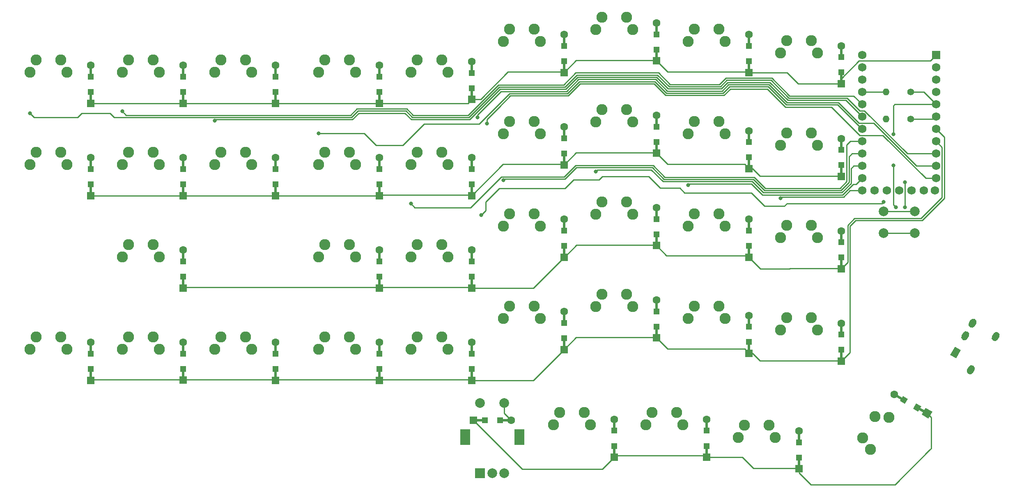
<source format=gbr>
%TF.GenerationSoftware,KiCad,Pcbnew,(5.1.9-0-10_14)*%
%TF.CreationDate,2021-04-25T18:42:27-05:00*%
%TF.ProjectId,wren-nav,7772656e-2d6e-4617-962e-6b696361645f,rev?*%
%TF.SameCoordinates,Original*%
%TF.FileFunction,Copper,L2,Bot*%
%TF.FilePolarity,Positive*%
%FSLAX46Y46*%
G04 Gerber Fmt 4.6, Leading zero omitted, Abs format (unit mm)*
G04 Created by KiCad (PCBNEW (5.1.9-0-10_14)) date 2021-04-25 18:42:27*
%MOMM*%
%LPD*%
G01*
G04 APERTURE LIST*
%TA.AperFunction,ComponentPad*%
%ADD10C,1.752600*%
%TD*%
%TA.AperFunction,ComponentPad*%
%ADD11R,1.752600X1.752600*%
%TD*%
%TA.AperFunction,ComponentPad*%
%ADD12C,2.286000*%
%TD*%
%TA.AperFunction,SMDPad,CuDef*%
%ADD13R,0.500000X2.500000*%
%TD*%
%TA.AperFunction,ComponentPad*%
%ADD14C,1.600000*%
%TD*%
%TA.AperFunction,ComponentPad*%
%ADD15R,1.600000X1.600000*%
%TD*%
%TA.AperFunction,SMDPad,CuDef*%
%ADD16R,1.200000X1.200000*%
%TD*%
%TA.AperFunction,ComponentPad*%
%ADD17O,1.400000X1.400000*%
%TD*%
%TA.AperFunction,ComponentPad*%
%ADD18C,1.400000*%
%TD*%
%TA.AperFunction,SMDPad,CuDef*%
%ADD19R,2.500000X0.500000*%
%TD*%
%TA.AperFunction,SMDPad,CuDef*%
%ADD20C,0.100000*%
%TD*%
%TA.AperFunction,ComponentPad*%
%ADD21C,0.100000*%
%TD*%
%TA.AperFunction,ComponentPad*%
%ADD22C,2.000000*%
%TD*%
%TA.AperFunction,ComponentPad*%
%ADD23R,2.000000X3.200000*%
%TD*%
%TA.AperFunction,ComponentPad*%
%ADD24R,2.000000X2.000000*%
%TD*%
%TA.AperFunction,ViaPad*%
%ADD25C,0.800000*%
%TD*%
%TA.AperFunction,Conductor*%
%ADD26C,0.250000*%
%TD*%
G04 APERTURE END LIST*
D10*
%TO.P,U1,25*%
%TO.N,Net-(U1-Pad25)*%
X246380000Y-58420000D03*
%TO.P,U1,26*%
%TO.N,Net-(U1-Pad26)*%
X243840000Y-58420000D03*
%TO.P,U1,27*%
%TO.N,Net-(U1-Pad27)*%
X241300000Y-58420000D03*
%TO.P,U1,28*%
%TO.N,Net-(U1-Pad28)*%
X238760000Y-58420000D03*
%TO.P,U1,29*%
%TO.N,Net-(U1-Pad29)*%
X236220000Y-58420000D03*
%TO.P,U1,24*%
%TO.N,Net-(U1-Pad24)*%
X233680000Y-30480000D03*
%TO.P,U1,12*%
%TO.N,ROW4*%
X248691400Y-58420000D03*
%TO.P,U1,23*%
%TO.N,GND*%
X233680000Y-33020000D03*
%TO.P,U1,22*%
%TO.N,Net-(SW0-Pad1)*%
X233680000Y-35560000D03*
%TO.P,U1,21*%
%TO.N,VCC*%
X233680000Y-38100000D03*
%TO.P,U1,20*%
%TO.N,COL7*%
X233680000Y-40640000D03*
%TO.P,U1,19*%
%TO.N,COL6*%
X233680000Y-43180000D03*
%TO.P,U1,18*%
%TO.N,COL5*%
X233680000Y-45720000D03*
%TO.P,U1,17*%
%TO.N,COL4*%
X233680000Y-48260000D03*
%TO.P,U1,16*%
%TO.N,COL3*%
X233680000Y-50800000D03*
%TO.P,U1,15*%
%TO.N,COL2*%
X233680000Y-53340000D03*
%TO.P,U1,14*%
%TO.N,COL1*%
X233680000Y-55880000D03*
%TO.P,U1,13*%
%TO.N,COL0*%
X233680000Y-58420000D03*
%TO.P,U1,11*%
%TO.N,RIGHT*%
X248920000Y-55880000D03*
%TO.P,U1,10*%
%TO.N,LEFT*%
X248920000Y-53340000D03*
%TO.P,U1,9*%
%TO.N,COL8*%
X248920000Y-50800000D03*
%TO.P,U1,8*%
%TO.N,ROW2*%
X248920000Y-48260000D03*
%TO.P,U1,7*%
%TO.N,ROW3*%
X248920000Y-45720000D03*
%TO.P,U1,6*%
%TO.N,SCL*%
X248920000Y-43180000D03*
%TO.P,U1,5*%
%TO.N,SDA*%
X248920000Y-40640000D03*
%TO.P,U1,4*%
%TO.N,Net-(U1-Pad4)*%
X248920000Y-38100000D03*
%TO.P,U1,3*%
%TO.N,Net-(U1-Pad3)*%
X248920000Y-35560000D03*
%TO.P,U1,2*%
%TO.N,ROW1*%
X248920000Y-33020000D03*
D11*
%TO.P,U1,1*%
%TO.N,ROW0*%
X248920000Y-30480000D03*
%TD*%
D12*
%TO.P,MX9,1*%
%TO.N,COL8*%
X62071250Y-33972500D03*
%TO.P,MX9,2*%
%TO.N,Net-(D9-Pad2)*%
X68421250Y-31432500D03*
%TO.P,MX9,1*%
%TO.N,COL8*%
X63341250Y-31432500D03*
%TO.P,MX9,2*%
%TO.N,Net-(D9-Pad2)*%
X69691250Y-33972500D03*
%TD*%
%TO.P,MX39,1*%
%TO.N,COL8*%
X62071250Y-91122500D03*
%TO.P,MX39,2*%
%TO.N,Net-(D39-Pad2)*%
X68421250Y-88582500D03*
%TO.P,MX39,1*%
%TO.N,COL8*%
X63341250Y-88582500D03*
%TO.P,MX39,2*%
%TO.N,Net-(D39-Pad2)*%
X69691250Y-91122500D03*
%TD*%
%TO.P,MX41,1*%
%TO.N,COL0*%
X235379295Y-111789307D03*
%TO.P,MX41,2*%
%TO.N,Net-(D41-Pad2)*%
X236354591Y-105020045D03*
%TO.P,MX41,1*%
%TO.N,COL0*%
X233814591Y-109419455D03*
%TO.P,MX41,2*%
%TO.N,Net-(D41-Pad2)*%
X239189295Y-105190193D03*
%TD*%
%TO.P,MX15,1*%
%TO.N,COL4*%
X140652500Y-53022500D03*
%TO.P,MX15,2*%
%TO.N,Net-(D15-Pad2)*%
X147002500Y-50482500D03*
%TO.P,MX15,1*%
%TO.N,COL4*%
X141922500Y-50482500D03*
%TO.P,MX15,2*%
%TO.N,Net-(D15-Pad2)*%
X148272500Y-53022500D03*
%TD*%
%TO.P,MX44,1*%
%TO.N,COL3*%
X170015000Y-106711750D03*
%TO.P,MX44,2*%
%TO.N,Net-(D44-Pad2)*%
X176365000Y-104171750D03*
%TO.P,MX44,1*%
%TO.N,COL3*%
X171285000Y-104171750D03*
%TO.P,MX44,2*%
%TO.N,Net-(D44-Pad2)*%
X177635000Y-106711750D03*
%TD*%
%TO.P,MX43,1*%
%TO.N,COL2*%
X189065000Y-106711750D03*
%TO.P,MX43,2*%
%TO.N,Net-(D43-Pad2)*%
X195415000Y-104171750D03*
%TO.P,MX43,1*%
%TO.N,COL2*%
X190335000Y-104171750D03*
%TO.P,MX43,2*%
%TO.N,Net-(D43-Pad2)*%
X196685000Y-106711750D03*
%TD*%
%TO.P,MX42,1*%
%TO.N,COL1*%
X208115000Y-109378750D03*
%TO.P,MX42,2*%
%TO.N,Net-(D42-Pad2)*%
X214465000Y-106838750D03*
%TO.P,MX42,1*%
%TO.N,COL1*%
X209385000Y-106838750D03*
%TO.P,MX42,2*%
%TO.N,Net-(D42-Pad2)*%
X215735000Y-109378750D03*
%TD*%
%TO.P,MX38,1*%
%TO.N,COL7*%
X81121250Y-91122500D03*
%TO.P,MX38,2*%
%TO.N,Net-(D38-Pad2)*%
X87471250Y-88582500D03*
%TO.P,MX38,1*%
%TO.N,COL7*%
X82391250Y-88582500D03*
%TO.P,MX38,2*%
%TO.N,Net-(D38-Pad2)*%
X88741250Y-91122500D03*
%TD*%
%TO.P,MX37,1*%
%TO.N,COL6*%
X100171250Y-91122500D03*
%TO.P,MX37,2*%
%TO.N,Net-(D37-Pad2)*%
X106521250Y-88582500D03*
%TO.P,MX37,1*%
%TO.N,COL6*%
X101441250Y-88582500D03*
%TO.P,MX37,2*%
%TO.N,Net-(D37-Pad2)*%
X107791250Y-91122500D03*
%TD*%
%TO.P,MX36,1*%
%TO.N,COL5*%
X121602500Y-91122500D03*
%TO.P,MX36,2*%
%TO.N,Net-(D36-Pad2)*%
X127952500Y-88582500D03*
%TO.P,MX36,1*%
%TO.N,COL5*%
X122872500Y-88582500D03*
%TO.P,MX36,2*%
%TO.N,Net-(D36-Pad2)*%
X129222500Y-91122500D03*
%TD*%
%TO.P,MX35,1*%
%TO.N,COL4*%
X140652500Y-91122500D03*
%TO.P,MX35,2*%
%TO.N,Net-(D35-Pad2)*%
X147002500Y-88582500D03*
%TO.P,MX35,1*%
%TO.N,COL4*%
X141922500Y-88582500D03*
%TO.P,MX35,2*%
%TO.N,Net-(D35-Pad2)*%
X148272500Y-91122500D03*
%TD*%
%TO.P,MX34,1*%
%TO.N,COL3*%
X159702500Y-84772500D03*
%TO.P,MX34,2*%
%TO.N,Net-(D34-Pad2)*%
X166052500Y-82232500D03*
%TO.P,MX34,1*%
%TO.N,COL3*%
X160972500Y-82232500D03*
%TO.P,MX34,2*%
%TO.N,Net-(D34-Pad2)*%
X167322500Y-84772500D03*
%TD*%
%TO.P,MX33,1*%
%TO.N,COL2*%
X178752500Y-82391250D03*
%TO.P,MX33,2*%
%TO.N,Net-(D33-Pad2)*%
X185102500Y-79851250D03*
%TO.P,MX33,1*%
%TO.N,COL2*%
X180022500Y-79851250D03*
%TO.P,MX33,2*%
%TO.N,Net-(D33-Pad2)*%
X186372500Y-82391250D03*
%TD*%
%TO.P,MX32,1*%
%TO.N,COL1*%
X197802500Y-84772500D03*
%TO.P,MX32,2*%
%TO.N,Net-(D32-Pad2)*%
X204152500Y-82232500D03*
%TO.P,MX32,1*%
%TO.N,COL1*%
X199072500Y-82232500D03*
%TO.P,MX32,2*%
%TO.N,Net-(D32-Pad2)*%
X205422500Y-84772500D03*
%TD*%
%TO.P,MX31,1*%
%TO.N,COL0*%
X216852500Y-87153750D03*
%TO.P,MX31,2*%
%TO.N,Net-(D31-Pad2)*%
X223202500Y-84613750D03*
%TO.P,MX31,1*%
%TO.N,COL0*%
X218122500Y-84613750D03*
%TO.P,MX31,2*%
%TO.N,Net-(D31-Pad2)*%
X224472500Y-87153750D03*
%TD*%
%TO.P,MX28,1*%
%TO.N,COL7*%
X81121250Y-72072500D03*
%TO.P,MX28,2*%
%TO.N,Net-(D28-Pad2)*%
X87471250Y-69532500D03*
%TO.P,MX28,1*%
%TO.N,COL7*%
X82391250Y-69532500D03*
%TO.P,MX28,2*%
%TO.N,Net-(D28-Pad2)*%
X88741250Y-72072500D03*
%TD*%
%TO.P,MX26,1*%
%TO.N,COL5*%
X121602500Y-72072500D03*
%TO.P,MX26,2*%
%TO.N,Net-(D26-Pad2)*%
X127952500Y-69532500D03*
%TO.P,MX26,1*%
%TO.N,COL5*%
X122872500Y-69532500D03*
%TO.P,MX26,2*%
%TO.N,Net-(D26-Pad2)*%
X129222500Y-72072500D03*
%TD*%
%TO.P,MX25,1*%
%TO.N,COL4*%
X140652500Y-72072500D03*
%TO.P,MX25,2*%
%TO.N,Net-(D25-Pad2)*%
X147002500Y-69532500D03*
%TO.P,MX25,1*%
%TO.N,COL4*%
X141922500Y-69532500D03*
%TO.P,MX25,2*%
%TO.N,Net-(D25-Pad2)*%
X148272500Y-72072500D03*
%TD*%
%TO.P,MX24,1*%
%TO.N,COL3*%
X159702500Y-65722500D03*
%TO.P,MX24,2*%
%TO.N,Net-(D24-Pad2)*%
X166052500Y-63182500D03*
%TO.P,MX24,1*%
%TO.N,COL3*%
X160972500Y-63182500D03*
%TO.P,MX24,2*%
%TO.N,Net-(D24-Pad2)*%
X167322500Y-65722500D03*
%TD*%
%TO.P,MX23,1*%
%TO.N,COL2*%
X178752500Y-63341250D03*
%TO.P,MX23,2*%
%TO.N,Net-(D23-Pad2)*%
X185102500Y-60801250D03*
%TO.P,MX23,1*%
%TO.N,COL2*%
X180022500Y-60801250D03*
%TO.P,MX23,2*%
%TO.N,Net-(D23-Pad2)*%
X186372500Y-63341250D03*
%TD*%
%TO.P,MX22,1*%
%TO.N,COL1*%
X197802500Y-65722500D03*
%TO.P,MX22,2*%
%TO.N,Net-(D22-Pad2)*%
X204152500Y-63182500D03*
%TO.P,MX22,1*%
%TO.N,COL1*%
X199072500Y-63182500D03*
%TO.P,MX22,2*%
%TO.N,Net-(D22-Pad2)*%
X205422500Y-65722500D03*
%TD*%
%TO.P,MX21,1*%
%TO.N,COL0*%
X216852500Y-68103750D03*
%TO.P,MX21,2*%
%TO.N,Net-(D21-Pad2)*%
X223202500Y-65563750D03*
%TO.P,MX21,1*%
%TO.N,COL0*%
X218122500Y-65563750D03*
%TO.P,MX21,2*%
%TO.N,Net-(D21-Pad2)*%
X224472500Y-68103750D03*
%TD*%
%TO.P,MX19,1*%
%TO.N,COL8*%
X62071250Y-53022500D03*
%TO.P,MX19,2*%
%TO.N,Net-(D19-Pad2)*%
X68421250Y-50482500D03*
%TO.P,MX19,1*%
%TO.N,COL8*%
X63341250Y-50482500D03*
%TO.P,MX19,2*%
%TO.N,Net-(D19-Pad2)*%
X69691250Y-53022500D03*
%TD*%
%TO.P,MX18,1*%
%TO.N,COL7*%
X81121250Y-53022500D03*
%TO.P,MX18,2*%
%TO.N,Net-(D18-Pad2)*%
X87471250Y-50482500D03*
%TO.P,MX18,1*%
%TO.N,COL7*%
X82391250Y-50482500D03*
%TO.P,MX18,2*%
%TO.N,Net-(D18-Pad2)*%
X88741250Y-53022500D03*
%TD*%
%TO.P,MX17,1*%
%TO.N,COL6*%
X100171250Y-53022500D03*
%TO.P,MX17,2*%
%TO.N,Net-(D17-Pad2)*%
X106521250Y-50482500D03*
%TO.P,MX17,1*%
%TO.N,COL6*%
X101441250Y-50482500D03*
%TO.P,MX17,2*%
%TO.N,Net-(D17-Pad2)*%
X107791250Y-53022500D03*
%TD*%
%TO.P,MX16,1*%
%TO.N,COL5*%
X121602500Y-53022500D03*
%TO.P,MX16,2*%
%TO.N,Net-(D16-Pad2)*%
X127952500Y-50482500D03*
%TO.P,MX16,1*%
%TO.N,COL5*%
X122872500Y-50482500D03*
%TO.P,MX16,2*%
%TO.N,Net-(D16-Pad2)*%
X129222500Y-53022500D03*
%TD*%
%TO.P,MX14,1*%
%TO.N,COL3*%
X159702500Y-46672500D03*
%TO.P,MX14,2*%
%TO.N,Net-(D14-Pad2)*%
X166052500Y-44132500D03*
%TO.P,MX14,1*%
%TO.N,COL3*%
X160972500Y-44132500D03*
%TO.P,MX14,2*%
%TO.N,Net-(D14-Pad2)*%
X167322500Y-46672500D03*
%TD*%
%TO.P,MX13,1*%
%TO.N,COL2*%
X178752500Y-44291250D03*
%TO.P,MX13,2*%
%TO.N,Net-(D13-Pad2)*%
X185102500Y-41751250D03*
%TO.P,MX13,1*%
%TO.N,COL2*%
X180022500Y-41751250D03*
%TO.P,MX13,2*%
%TO.N,Net-(D13-Pad2)*%
X186372500Y-44291250D03*
%TD*%
%TO.P,MX12,1*%
%TO.N,COL1*%
X197802500Y-46672500D03*
%TO.P,MX12,2*%
%TO.N,Net-(D12-Pad2)*%
X204152500Y-44132500D03*
%TO.P,MX12,1*%
%TO.N,COL1*%
X199072500Y-44132500D03*
%TO.P,MX12,2*%
%TO.N,Net-(D12-Pad2)*%
X205422500Y-46672500D03*
%TD*%
%TO.P,MX11,1*%
%TO.N,COL0*%
X216852500Y-49053750D03*
%TO.P,MX11,2*%
%TO.N,Net-(D11-Pad2)*%
X223202500Y-46513750D03*
%TO.P,MX11,1*%
%TO.N,COL0*%
X218122500Y-46513750D03*
%TO.P,MX11,2*%
%TO.N,Net-(D11-Pad2)*%
X224472500Y-49053750D03*
%TD*%
%TO.P,MX8,1*%
%TO.N,COL7*%
X81121250Y-33972500D03*
%TO.P,MX8,2*%
%TO.N,Net-(D8-Pad2)*%
X87471250Y-31432500D03*
%TO.P,MX8,1*%
%TO.N,COL7*%
X82391250Y-31432500D03*
%TO.P,MX8,2*%
%TO.N,Net-(D8-Pad2)*%
X88741250Y-33972500D03*
%TD*%
%TO.P,MX7,1*%
%TO.N,COL6*%
X100171250Y-33972500D03*
%TO.P,MX7,2*%
%TO.N,Net-(D7-Pad2)*%
X106521250Y-31432500D03*
%TO.P,MX7,1*%
%TO.N,COL6*%
X101441250Y-31432500D03*
%TO.P,MX7,2*%
%TO.N,Net-(D7-Pad2)*%
X107791250Y-33972500D03*
%TD*%
%TO.P,MX6,1*%
%TO.N,COL5*%
X121602500Y-33972500D03*
%TO.P,MX6,2*%
%TO.N,Net-(D6-Pad2)*%
X127952500Y-31432500D03*
%TO.P,MX6,1*%
%TO.N,COL5*%
X122872500Y-31432500D03*
%TO.P,MX6,2*%
%TO.N,Net-(D6-Pad2)*%
X129222500Y-33972500D03*
%TD*%
%TO.P,MX5,1*%
%TO.N,COL4*%
X140652500Y-33972500D03*
%TO.P,MX5,2*%
%TO.N,Net-(D5-Pad2)*%
X147002500Y-31432500D03*
%TO.P,MX5,1*%
%TO.N,COL4*%
X141922500Y-31432500D03*
%TO.P,MX5,2*%
%TO.N,Net-(D5-Pad2)*%
X148272500Y-33972500D03*
%TD*%
%TO.P,MX4,1*%
%TO.N,COL3*%
X159702500Y-27622500D03*
%TO.P,MX4,2*%
%TO.N,Net-(D4-Pad2)*%
X166052500Y-25082500D03*
%TO.P,MX4,1*%
%TO.N,COL3*%
X160972500Y-25082500D03*
%TO.P,MX4,2*%
%TO.N,Net-(D4-Pad2)*%
X167322500Y-27622500D03*
%TD*%
%TO.P,MX3,1*%
%TO.N,COL2*%
X178752500Y-25241250D03*
%TO.P,MX3,2*%
%TO.N,Net-(D3-Pad2)*%
X185102500Y-22701250D03*
%TO.P,MX3,1*%
%TO.N,COL2*%
X180022500Y-22701250D03*
%TO.P,MX3,2*%
%TO.N,Net-(D3-Pad2)*%
X186372500Y-25241250D03*
%TD*%
%TO.P,MX2,1*%
%TO.N,COL1*%
X197802500Y-27622500D03*
%TO.P,MX2,2*%
%TO.N,Net-(D2-Pad2)*%
X204152500Y-25082500D03*
%TO.P,MX2,1*%
%TO.N,COL1*%
X199072500Y-25082500D03*
%TO.P,MX2,2*%
%TO.N,Net-(D2-Pad2)*%
X205422500Y-27622500D03*
%TD*%
%TO.P,MX1,1*%
%TO.N,COL0*%
X216852500Y-30003750D03*
%TO.P,MX1,2*%
%TO.N,Net-(D1-Pad2)*%
X223202500Y-27463750D03*
%TO.P,MX1,1*%
%TO.N,COL0*%
X218122500Y-27463750D03*
%TO.P,MX1,2*%
%TO.N,Net-(D1-Pad2)*%
X224472500Y-30003750D03*
%TD*%
D13*
%TO.P,D43,2*%
%TO.N,Net-(D43-Pad2)*%
X201609500Y-106837500D03*
%TO.P,D43,1*%
%TO.N,ROW4*%
X201609500Y-112237500D03*
D14*
%TO.P,D43,2*%
%TO.N,Net-(D43-Pad2)*%
X201609500Y-105637500D03*
D15*
%TO.P,D43,1*%
%TO.N,ROW4*%
X201609500Y-113437500D03*
D16*
X201609500Y-111112500D03*
%TO.P,D43,2*%
%TO.N,Net-(D43-Pad2)*%
X201609500Y-107962500D03*
%TD*%
D17*
%TO.P,R2,2*%
%TO.N,VCC*%
X238585000Y-43656250D03*
D18*
%TO.P,R2,1*%
%TO.N,SCL*%
X243665000Y-43656250D03*
%TD*%
D17*
%TO.P,R1,2*%
%TO.N,VCC*%
X238585000Y-38100000D03*
D18*
%TO.P,R1,1*%
%TO.N,SDA*%
X243665000Y-38100000D03*
%TD*%
D19*
%TO.P,D45,2*%
%TO.N,ENC1-IN*%
X160142000Y-105822750D03*
%TO.P,D45,1*%
%TO.N,ROW4*%
X154742000Y-105822750D03*
D14*
%TO.P,D45,2*%
%TO.N,ENC1-IN*%
X161342000Y-105822750D03*
D15*
%TO.P,D45,1*%
%TO.N,ROW4*%
X153542000Y-105822750D03*
D16*
X155867000Y-105822750D03*
%TO.P,D45,2*%
%TO.N,ENC1-IN*%
X159017000Y-105822750D03*
%TD*%
D13*
%TO.P,D44,2*%
%TO.N,Net-(D44-Pad2)*%
X182562500Y-106837500D03*
%TO.P,D44,1*%
%TO.N,ROW4*%
X182562500Y-112237500D03*
D14*
%TO.P,D44,2*%
%TO.N,Net-(D44-Pad2)*%
X182562500Y-105637500D03*
D15*
%TO.P,D44,1*%
%TO.N,ROW4*%
X182562500Y-113437500D03*
D16*
X182562500Y-111112500D03*
%TO.P,D44,2*%
%TO.N,Net-(D44-Pad2)*%
X182562500Y-107962500D03*
%TD*%
D13*
%TO.P,D42,2*%
%TO.N,Net-(D42-Pad2)*%
X220653500Y-109218750D03*
%TO.P,D42,1*%
%TO.N,ROW4*%
X220653500Y-114618750D03*
D14*
%TO.P,D42,2*%
%TO.N,Net-(D42-Pad2)*%
X220653500Y-108018750D03*
D15*
%TO.P,D42,1*%
%TO.N,ROW4*%
X220653500Y-115818750D03*
D16*
X220653500Y-113493750D03*
%TO.P,D42,2*%
%TO.N,Net-(D42-Pad2)*%
X220653500Y-110343750D03*
%TD*%
%TA.AperFunction,SMDPad,CuDef*%
D20*
%TO.P,D41,2*%
%TO.N,Net-(D41-Pad2)*%
G36*
X242537263Y-101452244D02*
G01*
X242287263Y-101885256D01*
X240122199Y-100635256D01*
X240372199Y-100202244D01*
X242537263Y-101452244D01*
G37*
%TD.AperFunction*%
%TA.AperFunction,SMDPad,CuDef*%
%TO.P,D41,1*%
%TO.N,ROW4*%
G36*
X247213801Y-104152244D02*
G01*
X246963801Y-104585256D01*
X244798737Y-103335256D01*
X245048737Y-102902244D01*
X247213801Y-104152244D01*
G37*
%TD.AperFunction*%
D14*
%TO.P,D41,2*%
%TO.N,Net-(D41-Pad2)*%
X240290501Y-100443750D03*
%TA.AperFunction,ComponentPad*%
D21*
%TO.P,D41,1*%
%TO.N,ROW4*%
G36*
X248138319Y-104050930D02*
G01*
X247338319Y-105436570D01*
X245952679Y-104636570D01*
X246752679Y-103250930D01*
X248138319Y-104050930D01*
G37*
%TD.AperFunction*%
%TA.AperFunction,SMDPad,CuDef*%
D20*
G36*
X245851605Y-102961635D02*
G01*
X245251605Y-104000865D01*
X244212375Y-103400865D01*
X244812375Y-102361635D01*
X245851605Y-102961635D01*
G37*
%TD.AperFunction*%
%TA.AperFunction,SMDPad,CuDef*%
%TO.P,D41,2*%
%TO.N,Net-(D41-Pad2)*%
G36*
X243123625Y-101386635D02*
G01*
X242523625Y-102425865D01*
X241484395Y-101825865D01*
X242084395Y-100786635D01*
X243123625Y-101386635D01*
G37*
%TD.AperFunction*%
%TD*%
D13*
%TO.P,D39,2*%
%TO.N,Net-(D39-Pad2)*%
X74649500Y-90962500D03*
%TO.P,D39,1*%
%TO.N,ROW3*%
X74649500Y-96362500D03*
D14*
%TO.P,D39,2*%
%TO.N,Net-(D39-Pad2)*%
X74649500Y-89762500D03*
D15*
%TO.P,D39,1*%
%TO.N,ROW3*%
X74649500Y-97562500D03*
D16*
X74649500Y-95237500D03*
%TO.P,D39,2*%
%TO.N,Net-(D39-Pad2)*%
X74649500Y-92087500D03*
%TD*%
D13*
%TO.P,D38,2*%
%TO.N,Net-(D38-Pad2)*%
X93693500Y-90950000D03*
%TO.P,D38,1*%
%TO.N,ROW3*%
X93693500Y-96350000D03*
D14*
%TO.P,D38,2*%
%TO.N,Net-(D38-Pad2)*%
X93693500Y-89750000D03*
D15*
%TO.P,D38,1*%
%TO.N,ROW3*%
X93693500Y-97550000D03*
D16*
X93693500Y-95225000D03*
%TO.P,D38,2*%
%TO.N,Net-(D38-Pad2)*%
X93693500Y-92075000D03*
%TD*%
D13*
%TO.P,D37,2*%
%TO.N,Net-(D37-Pad2)*%
X112737500Y-90962500D03*
%TO.P,D37,1*%
%TO.N,ROW3*%
X112737500Y-96362500D03*
D14*
%TO.P,D37,2*%
%TO.N,Net-(D37-Pad2)*%
X112737500Y-89762500D03*
D15*
%TO.P,D37,1*%
%TO.N,ROW3*%
X112737500Y-97562500D03*
D16*
X112737500Y-95237500D03*
%TO.P,D37,2*%
%TO.N,Net-(D37-Pad2)*%
X112737500Y-92087500D03*
%TD*%
D13*
%TO.P,D36,2*%
%TO.N,Net-(D36-Pad2)*%
X134162000Y-90962500D03*
%TO.P,D36,1*%
%TO.N,ROW3*%
X134162000Y-96362500D03*
D14*
%TO.P,D36,2*%
%TO.N,Net-(D36-Pad2)*%
X134162000Y-89762500D03*
D15*
%TO.P,D36,1*%
%TO.N,ROW3*%
X134162000Y-97562500D03*
D16*
X134162000Y-95237500D03*
%TO.P,D36,2*%
%TO.N,Net-(D36-Pad2)*%
X134162000Y-92087500D03*
%TD*%
D13*
%TO.P,D35,2*%
%TO.N,Net-(D35-Pad2)*%
X153206000Y-90962500D03*
%TO.P,D35,1*%
%TO.N,ROW3*%
X153206000Y-96362500D03*
D14*
%TO.P,D35,2*%
%TO.N,Net-(D35-Pad2)*%
X153206000Y-89762500D03*
D15*
%TO.P,D35,1*%
%TO.N,ROW3*%
X153206000Y-97562500D03*
D16*
X153206000Y-95237500D03*
%TO.P,D35,2*%
%TO.N,Net-(D35-Pad2)*%
X153206000Y-92087500D03*
%TD*%
D13*
%TO.P,D34,2*%
%TO.N,Net-(D34-Pad2)*%
X172250000Y-84612500D03*
%TO.P,D34,1*%
%TO.N,ROW3*%
X172250000Y-90012500D03*
D14*
%TO.P,D34,2*%
%TO.N,Net-(D34-Pad2)*%
X172250000Y-83412500D03*
D15*
%TO.P,D34,1*%
%TO.N,ROW3*%
X172250000Y-91212500D03*
D16*
X172250000Y-88887500D03*
%TO.P,D34,2*%
%TO.N,Net-(D34-Pad2)*%
X172250000Y-85737500D03*
%TD*%
D13*
%TO.P,D33,2*%
%TO.N,Net-(D33-Pad2)*%
X191294000Y-82231250D03*
%TO.P,D33,1*%
%TO.N,ROW3*%
X191294000Y-87631250D03*
D14*
%TO.P,D33,2*%
%TO.N,Net-(D33-Pad2)*%
X191294000Y-81031250D03*
D15*
%TO.P,D33,1*%
%TO.N,ROW3*%
X191294000Y-88831250D03*
D16*
X191294000Y-86506250D03*
%TO.P,D33,2*%
%TO.N,Net-(D33-Pad2)*%
X191294000Y-83356250D03*
%TD*%
D13*
%TO.P,D32,2*%
%TO.N,Net-(D32-Pad2)*%
X210338000Y-85406250D03*
%TO.P,D32,1*%
%TO.N,ROW3*%
X210338000Y-90806250D03*
D14*
%TO.P,D32,2*%
%TO.N,Net-(D32-Pad2)*%
X210338000Y-84206250D03*
D15*
%TO.P,D32,1*%
%TO.N,ROW3*%
X210338000Y-92006250D03*
D16*
X210338000Y-89681250D03*
%TO.P,D32,2*%
%TO.N,Net-(D32-Pad2)*%
X210338000Y-86531250D03*
%TD*%
D13*
%TO.P,D31,2*%
%TO.N,Net-(D31-Pad2)*%
X229382000Y-86993750D03*
%TO.P,D31,1*%
%TO.N,ROW3*%
X229382000Y-92393750D03*
D14*
%TO.P,D31,2*%
%TO.N,Net-(D31-Pad2)*%
X229382000Y-85793750D03*
D15*
%TO.P,D31,1*%
%TO.N,ROW3*%
X229382000Y-93593750D03*
D16*
X229382000Y-91268750D03*
%TO.P,D31,2*%
%TO.N,Net-(D31-Pad2)*%
X229382000Y-88118750D03*
%TD*%
D13*
%TO.P,D28,2*%
%TO.N,Net-(D28-Pad2)*%
X93693500Y-71912500D03*
%TO.P,D28,1*%
%TO.N,ROW2*%
X93693500Y-77312500D03*
D14*
%TO.P,D28,2*%
%TO.N,Net-(D28-Pad2)*%
X93693500Y-70712500D03*
D15*
%TO.P,D28,1*%
%TO.N,ROW2*%
X93693500Y-78512500D03*
D16*
X93693500Y-76187500D03*
%TO.P,D28,2*%
%TO.N,Net-(D28-Pad2)*%
X93693500Y-73037500D03*
%TD*%
D13*
%TO.P,D26,2*%
%TO.N,Net-(D26-Pad2)*%
X134162000Y-71912500D03*
%TO.P,D26,1*%
%TO.N,ROW2*%
X134162000Y-77312500D03*
D14*
%TO.P,D26,2*%
%TO.N,Net-(D26-Pad2)*%
X134162000Y-70712500D03*
D15*
%TO.P,D26,1*%
%TO.N,ROW2*%
X134162000Y-78512500D03*
D16*
X134162000Y-76187500D03*
%TO.P,D26,2*%
%TO.N,Net-(D26-Pad2)*%
X134162000Y-73037500D03*
%TD*%
D13*
%TO.P,D25,2*%
%TO.N,Net-(D25-Pad2)*%
X153206000Y-71912500D03*
%TO.P,D25,1*%
%TO.N,ROW2*%
X153206000Y-77312500D03*
D14*
%TO.P,D25,2*%
%TO.N,Net-(D25-Pad2)*%
X153206000Y-70712500D03*
D15*
%TO.P,D25,1*%
%TO.N,ROW2*%
X153206000Y-78512500D03*
D16*
X153206000Y-76187500D03*
%TO.P,D25,2*%
%TO.N,Net-(D25-Pad2)*%
X153206000Y-73037500D03*
%TD*%
D13*
%TO.P,D24,2*%
%TO.N,Net-(D24-Pad2)*%
X172250000Y-65562500D03*
%TO.P,D24,1*%
%TO.N,ROW2*%
X172250000Y-70962500D03*
D14*
%TO.P,D24,2*%
%TO.N,Net-(D24-Pad2)*%
X172250000Y-64362500D03*
D15*
%TO.P,D24,1*%
%TO.N,ROW2*%
X172250000Y-72162500D03*
D16*
X172250000Y-69837500D03*
%TO.P,D24,2*%
%TO.N,Net-(D24-Pad2)*%
X172250000Y-66687500D03*
%TD*%
D13*
%TO.P,D23,2*%
%TO.N,Net-(D23-Pad2)*%
X191294000Y-63181250D03*
%TO.P,D23,1*%
%TO.N,ROW2*%
X191294000Y-68581250D03*
D14*
%TO.P,D23,2*%
%TO.N,Net-(D23-Pad2)*%
X191294000Y-61981250D03*
D15*
%TO.P,D23,1*%
%TO.N,ROW2*%
X191294000Y-69781250D03*
D16*
X191294000Y-67456250D03*
%TO.P,D23,2*%
%TO.N,Net-(D23-Pad2)*%
X191294000Y-64306250D03*
%TD*%
D13*
%TO.P,D22,2*%
%TO.N,Net-(D22-Pad2)*%
X210338000Y-65562500D03*
%TO.P,D22,1*%
%TO.N,ROW2*%
X210338000Y-70962500D03*
D14*
%TO.P,D22,2*%
%TO.N,Net-(D22-Pad2)*%
X210338000Y-64362500D03*
D15*
%TO.P,D22,1*%
%TO.N,ROW2*%
X210338000Y-72162500D03*
D16*
X210338000Y-69837500D03*
%TO.P,D22,2*%
%TO.N,Net-(D22-Pad2)*%
X210338000Y-66687500D03*
%TD*%
D13*
%TO.P,D21,2*%
%TO.N,Net-(D21-Pad2)*%
X229382000Y-67943750D03*
%TO.P,D21,1*%
%TO.N,ROW2*%
X229382000Y-73343750D03*
D14*
%TO.P,D21,2*%
%TO.N,Net-(D21-Pad2)*%
X229382000Y-66743750D03*
D15*
%TO.P,D21,1*%
%TO.N,ROW2*%
X229382000Y-74543750D03*
D16*
X229382000Y-72218750D03*
%TO.P,D21,2*%
%TO.N,Net-(D21-Pad2)*%
X229382000Y-69068750D03*
%TD*%
D13*
%TO.P,D19,2*%
%TO.N,Net-(D19-Pad2)*%
X74649500Y-52862500D03*
%TO.P,D19,1*%
%TO.N,ROW1*%
X74649500Y-58262500D03*
D14*
%TO.P,D19,2*%
%TO.N,Net-(D19-Pad2)*%
X74649500Y-51662500D03*
D15*
%TO.P,D19,1*%
%TO.N,ROW1*%
X74649500Y-59462500D03*
D16*
X74649500Y-57137500D03*
%TO.P,D19,2*%
%TO.N,Net-(D19-Pad2)*%
X74649500Y-53987500D03*
%TD*%
D13*
%TO.P,D18,2*%
%TO.N,Net-(D18-Pad2)*%
X93693500Y-52862500D03*
%TO.P,D18,1*%
%TO.N,ROW1*%
X93693500Y-58262500D03*
D14*
%TO.P,D18,2*%
%TO.N,Net-(D18-Pad2)*%
X93693500Y-51662500D03*
D15*
%TO.P,D18,1*%
%TO.N,ROW1*%
X93693500Y-59462500D03*
D16*
X93693500Y-57137500D03*
%TO.P,D18,2*%
%TO.N,Net-(D18-Pad2)*%
X93693500Y-53987500D03*
%TD*%
D13*
%TO.P,D17,2*%
%TO.N,Net-(D17-Pad2)*%
X112737500Y-52862500D03*
%TO.P,D17,1*%
%TO.N,ROW1*%
X112737500Y-58262500D03*
D14*
%TO.P,D17,2*%
%TO.N,Net-(D17-Pad2)*%
X112737500Y-51662500D03*
D15*
%TO.P,D17,1*%
%TO.N,ROW1*%
X112737500Y-59462500D03*
D16*
X112737500Y-57137500D03*
%TO.P,D17,2*%
%TO.N,Net-(D17-Pad2)*%
X112737500Y-53987500D03*
%TD*%
D13*
%TO.P,D16,2*%
%TO.N,Net-(D16-Pad2)*%
X134162000Y-52862500D03*
%TO.P,D16,1*%
%TO.N,ROW1*%
X134162000Y-58262500D03*
D14*
%TO.P,D16,2*%
%TO.N,Net-(D16-Pad2)*%
X134162000Y-51662500D03*
D15*
%TO.P,D16,1*%
%TO.N,ROW1*%
X134162000Y-59462500D03*
D16*
X134162000Y-57137500D03*
%TO.P,D16,2*%
%TO.N,Net-(D16-Pad2)*%
X134162000Y-53987500D03*
%TD*%
D13*
%TO.P,D15,2*%
%TO.N,Net-(D15-Pad2)*%
X153206000Y-52862500D03*
%TO.P,D15,1*%
%TO.N,ROW1*%
X153206000Y-58262500D03*
D14*
%TO.P,D15,2*%
%TO.N,Net-(D15-Pad2)*%
X153206000Y-51662500D03*
D15*
%TO.P,D15,1*%
%TO.N,ROW1*%
X153206000Y-59462500D03*
D16*
X153206000Y-57137500D03*
%TO.P,D15,2*%
%TO.N,Net-(D15-Pad2)*%
X153206000Y-53987500D03*
%TD*%
D13*
%TO.P,D14,2*%
%TO.N,Net-(D14-Pad2)*%
X172250000Y-46512500D03*
%TO.P,D14,1*%
%TO.N,ROW1*%
X172250000Y-51912500D03*
D14*
%TO.P,D14,2*%
%TO.N,Net-(D14-Pad2)*%
X172250000Y-45312500D03*
D15*
%TO.P,D14,1*%
%TO.N,ROW1*%
X172250000Y-53112500D03*
D16*
X172250000Y-50787500D03*
%TO.P,D14,2*%
%TO.N,Net-(D14-Pad2)*%
X172250000Y-47637500D03*
%TD*%
D13*
%TO.P,D13,2*%
%TO.N,Net-(D13-Pad2)*%
X191294000Y-44131250D03*
%TO.P,D13,1*%
%TO.N,ROW1*%
X191294000Y-49531250D03*
D14*
%TO.P,D13,2*%
%TO.N,Net-(D13-Pad2)*%
X191294000Y-42931250D03*
D15*
%TO.P,D13,1*%
%TO.N,ROW1*%
X191294000Y-50731250D03*
D16*
X191294000Y-48406250D03*
%TO.P,D13,2*%
%TO.N,Net-(D13-Pad2)*%
X191294000Y-45256250D03*
%TD*%
D13*
%TO.P,D12,2*%
%TO.N,Net-(D12-Pad2)*%
X210338000Y-47306250D03*
%TO.P,D12,1*%
%TO.N,ROW1*%
X210338000Y-52706250D03*
D14*
%TO.P,D12,2*%
%TO.N,Net-(D12-Pad2)*%
X210338000Y-46106250D03*
D15*
%TO.P,D12,1*%
%TO.N,ROW1*%
X210338000Y-53906250D03*
D16*
X210338000Y-51581250D03*
%TO.P,D12,2*%
%TO.N,Net-(D12-Pad2)*%
X210338000Y-48431250D03*
%TD*%
D13*
%TO.P,D11,2*%
%TO.N,Net-(D11-Pad2)*%
X229382000Y-48893750D03*
%TO.P,D11,1*%
%TO.N,ROW1*%
X229382000Y-54293750D03*
D14*
%TO.P,D11,2*%
%TO.N,Net-(D11-Pad2)*%
X229382000Y-47693750D03*
D15*
%TO.P,D11,1*%
%TO.N,ROW1*%
X229382000Y-55493750D03*
D16*
X229382000Y-53168750D03*
%TO.P,D11,2*%
%TO.N,Net-(D11-Pad2)*%
X229382000Y-50018750D03*
%TD*%
D13*
%TO.P,D9,2*%
%TO.N,Net-(D9-Pad2)*%
X74649500Y-33812500D03*
%TO.P,D9,1*%
%TO.N,ROW0*%
X74649500Y-39212500D03*
D14*
%TO.P,D9,2*%
%TO.N,Net-(D9-Pad2)*%
X74649500Y-32612500D03*
D15*
%TO.P,D9,1*%
%TO.N,ROW0*%
X74649500Y-40412500D03*
D16*
X74649500Y-38087500D03*
%TO.P,D9,2*%
%TO.N,Net-(D9-Pad2)*%
X74649500Y-34937500D03*
%TD*%
D13*
%TO.P,D8,2*%
%TO.N,Net-(D8-Pad2)*%
X93693500Y-33812500D03*
%TO.P,D8,1*%
%TO.N,ROW0*%
X93693500Y-39212500D03*
D14*
%TO.P,D8,2*%
%TO.N,Net-(D8-Pad2)*%
X93693500Y-32612500D03*
D15*
%TO.P,D8,1*%
%TO.N,ROW0*%
X93693500Y-40412500D03*
D16*
X93693500Y-38087500D03*
%TO.P,D8,2*%
%TO.N,Net-(D8-Pad2)*%
X93693500Y-34937500D03*
%TD*%
D13*
%TO.P,D7,2*%
%TO.N,Net-(D7-Pad2)*%
X112737500Y-33812500D03*
%TO.P,D7,1*%
%TO.N,ROW0*%
X112737500Y-39212500D03*
D14*
%TO.P,D7,2*%
%TO.N,Net-(D7-Pad2)*%
X112737500Y-32612500D03*
D15*
%TO.P,D7,1*%
%TO.N,ROW0*%
X112737500Y-40412500D03*
D16*
X112737500Y-38087500D03*
%TO.P,D7,2*%
%TO.N,Net-(D7-Pad2)*%
X112737500Y-34937500D03*
%TD*%
D13*
%TO.P,D6,2*%
%TO.N,Net-(D6-Pad2)*%
X134162000Y-33812500D03*
%TO.P,D6,1*%
%TO.N,ROW0*%
X134162000Y-39212500D03*
D14*
%TO.P,D6,2*%
%TO.N,Net-(D6-Pad2)*%
X134162000Y-32612500D03*
D15*
%TO.P,D6,1*%
%TO.N,ROW0*%
X134162000Y-40412500D03*
D16*
X134162000Y-38087500D03*
%TO.P,D6,2*%
%TO.N,Net-(D6-Pad2)*%
X134162000Y-34937500D03*
%TD*%
D13*
%TO.P,D5,2*%
%TO.N,Net-(D5-Pad2)*%
X153206000Y-33018750D03*
%TO.P,D5,1*%
%TO.N,ROW0*%
X153206000Y-38418750D03*
D14*
%TO.P,D5,2*%
%TO.N,Net-(D5-Pad2)*%
X153206000Y-31818750D03*
D15*
%TO.P,D5,1*%
%TO.N,ROW0*%
X153206000Y-39618750D03*
D16*
X153206000Y-37293750D03*
%TO.P,D5,2*%
%TO.N,Net-(D5-Pad2)*%
X153206000Y-34143750D03*
%TD*%
D13*
%TO.P,D4,2*%
%TO.N,Net-(D4-Pad2)*%
X172250000Y-27462500D03*
%TO.P,D4,1*%
%TO.N,ROW0*%
X172250000Y-32862500D03*
D14*
%TO.P,D4,2*%
%TO.N,Net-(D4-Pad2)*%
X172250000Y-26262500D03*
D15*
%TO.P,D4,1*%
%TO.N,ROW0*%
X172250000Y-34062500D03*
D16*
X172250000Y-31737500D03*
%TO.P,D4,2*%
%TO.N,Net-(D4-Pad2)*%
X172250000Y-28587500D03*
%TD*%
D13*
%TO.P,D3,2*%
%TO.N,Net-(D3-Pad2)*%
X191294000Y-25081250D03*
%TO.P,D3,1*%
%TO.N,ROW0*%
X191294000Y-30481250D03*
D14*
%TO.P,D3,2*%
%TO.N,Net-(D3-Pad2)*%
X191294000Y-23881250D03*
D15*
%TO.P,D3,1*%
%TO.N,ROW0*%
X191294000Y-31681250D03*
D16*
X191294000Y-29356250D03*
%TO.P,D3,2*%
%TO.N,Net-(D3-Pad2)*%
X191294000Y-26206250D03*
%TD*%
D13*
%TO.P,D2,2*%
%TO.N,Net-(D2-Pad2)*%
X210338000Y-27462500D03*
%TO.P,D2,1*%
%TO.N,ROW0*%
X210338000Y-32862500D03*
D14*
%TO.P,D2,2*%
%TO.N,Net-(D2-Pad2)*%
X210338000Y-26262500D03*
D15*
%TO.P,D2,1*%
%TO.N,ROW0*%
X210338000Y-34062500D03*
D16*
X210338000Y-31737500D03*
%TO.P,D2,2*%
%TO.N,Net-(D2-Pad2)*%
X210338000Y-28587500D03*
%TD*%
D13*
%TO.P,D1,2*%
%TO.N,Net-(D1-Pad2)*%
X229382000Y-29781250D03*
%TO.P,D1,1*%
%TO.N,ROW0*%
X229382000Y-35181250D03*
D14*
%TO.P,D1,2*%
%TO.N,Net-(D1-Pad2)*%
X229382000Y-28581250D03*
D15*
%TO.P,D1,1*%
%TO.N,ROW0*%
X229382000Y-36381250D03*
D16*
X229382000Y-34056250D03*
%TO.P,D1,2*%
%TO.N,Net-(D1-Pad2)*%
X229382000Y-30906250D03*
%TD*%
D22*
%TO.P,ENC1,S1*%
%TO.N,ENC1-IN*%
X159902000Y-102266750D03*
%TO.P,ENC1,S2*%
%TO.N,COL4*%
X154902000Y-102266750D03*
D23*
%TO.P,ENC1,MP*%
%TO.N,N/C*%
X163002000Y-109266750D03*
X151802000Y-109266750D03*
D22*
%TO.P,ENC1,B*%
%TO.N,RIGHT*%
X159902000Y-116766750D03*
%TO.P,ENC1,C*%
%TO.N,GND*%
X157402000Y-116766750D03*
D24*
%TO.P,ENC1,A*%
%TO.N,LEFT*%
X154902000Y-116766750D03*
%TD*%
D22*
%TO.P,SW0,1*%
%TO.N,Net-(SW0-Pad1)*%
X244561500Y-62706250D03*
%TO.P,SW0,2*%
%TO.N,GND*%
X244561500Y-67206250D03*
%TO.P,SW0,1*%
%TO.N,Net-(SW0-Pad1)*%
X238061500Y-62706250D03*
%TO.P,SW0,2*%
%TO.N,GND*%
X238061500Y-67206250D03*
%TD*%
%TO.P,J1,R2*%
%TO.N,SCL*%
%TA.AperFunction,ComponentPad*%
G36*
G01*
X256946000Y-84924546D02*
X256946000Y-84924546D01*
G75*
G02*
X257202218Y-85880764I-350000J-606218D01*
G01*
X256902218Y-86400380D01*
G75*
G02*
X255946000Y-86656598I-606218J350000D01*
G01*
X255946000Y-86656598D01*
G75*
G02*
X255689782Y-85700380I350000J606218D01*
G01*
X255989782Y-85180764D01*
G75*
G02*
X256946000Y-84924546I606218J-350000D01*
G01*
G37*
%TD.AperFunction*%
%TO.P,J1,R1*%
%TO.N,VCC*%
%TA.AperFunction,ComponentPad*%
G36*
G01*
X255446000Y-87522622D02*
X255446000Y-87522622D01*
G75*
G02*
X255702218Y-88478840I-350000J-606218D01*
G01*
X255402218Y-88998456D01*
G75*
G02*
X254446000Y-89254674I-606218J350000D01*
G01*
X254446000Y-89254674D01*
G75*
G02*
X254189782Y-88298456I350000J606218D01*
G01*
X254489782Y-87778840D01*
G75*
G02*
X255446000Y-87522622I606218J-350000D01*
G01*
G37*
%TD.AperFunction*%
%TA.AperFunction,ComponentPad*%
D21*
%TO.P,J1,T*%
%TO.N,GND*%
G36*
X252839782Y-90636725D02*
G01*
X254052218Y-91336725D01*
X253052218Y-93068775D01*
X251839782Y-92368775D01*
X252839782Y-90636725D01*
G37*
%TD.AperFunction*%
%TO.P,J1,S*%
%TO.N,SDA*%
%TA.AperFunction,ComponentPad*%
G36*
G01*
X256593114Y-94535762D02*
X256593114Y-94535762D01*
G75*
G02*
X256849332Y-95491980I-350000J-606218D01*
G01*
X256549332Y-96011596D01*
G75*
G02*
X255593114Y-96267814I-606218J350000D01*
G01*
X255593114Y-96267814D01*
G75*
G02*
X255336896Y-95311596I350000J606218D01*
G01*
X255636896Y-94791980D01*
G75*
G02*
X256593114Y-94535762I606218J-350000D01*
G01*
G37*
%TD.AperFunction*%
%TO.P,J1,*%
%TO.N,*%
%TA.AperFunction,ComponentPad*%
G36*
G01*
X261709140Y-87674546D02*
X261709140Y-87674546D01*
G75*
G02*
X261965358Y-88630764I-350000J-606218D01*
G01*
X261665358Y-89150380D01*
G75*
G02*
X260709140Y-89406598I-606218J350000D01*
G01*
X260709140Y-89406598D01*
G75*
G02*
X260452922Y-88450380I350000J606218D01*
G01*
X260752922Y-87930764D01*
G75*
G02*
X261709140Y-87674546I606218J-350000D01*
G01*
G37*
%TD.AperFunction*%
%TD*%
D25*
%TO.N,COL0*%
X216852500Y-60026279D03*
%TO.N,COL1*%
X197802500Y-57283250D03*
%TO.N,COL2*%
X178752500Y-54489250D03*
%TO.N,COL3*%
X159702500Y-56318250D03*
%TO.N,COL4*%
X140652500Y-61144250D03*
%TO.N,COL5*%
X121602500Y-46615250D03*
%TO.N,COL6*%
X100171250Y-44045011D03*
%TO.N,COL7*%
X81121250Y-42075000D03*
%TO.N,COL8*%
X62071250Y-42456000D03*
%TO.N,VCC*%
X242532000Y-56673750D03*
X242532000Y-61880750D03*
%TO.N,SDA*%
X240119000Y-46767750D03*
X240627000Y-61880750D03*
X240123653Y-53240097D03*
%TO.N,GND*%
X238070501Y-60754249D03*
X155119000Y-63476858D03*
%TO.N,LEFT*%
X154394000Y-43338750D03*
%TO.N,RIGHT*%
X156299000Y-44608750D03*
%TD*%
D26*
%TO.N,ROW0*%
X193577749Y-33964999D02*
X191294000Y-31681250D01*
X210240499Y-33964999D02*
X193577749Y-33964999D01*
X210338000Y-34062500D02*
X210240499Y-33964999D01*
X174728751Y-31583749D02*
X172250000Y-34062500D01*
X191196499Y-31583749D02*
X174728751Y-31583749D01*
X191294000Y-31681250D02*
X191196499Y-31583749D01*
X153206000Y-37237500D02*
X153108499Y-37139999D01*
X210338000Y-34062500D02*
X218203750Y-34062500D01*
X229346999Y-36346249D02*
X229382000Y-36381250D01*
X220487499Y-36346249D02*
X229346999Y-36346249D01*
X218203750Y-34062500D02*
X220487499Y-36346249D01*
X155019090Y-39618750D02*
X160672841Y-33964999D01*
X172152499Y-33964999D02*
X172250000Y-34062500D01*
X160672841Y-33964999D02*
X172152499Y-33964999D01*
X153206000Y-39618750D02*
X155019090Y-39618750D01*
X247718699Y-31681301D02*
X248920000Y-30480000D01*
X229382000Y-35331250D02*
X233031949Y-31681301D01*
X233031949Y-31681301D02*
X247718699Y-31681301D01*
X229382000Y-36381250D02*
X229382000Y-35331250D01*
X74649500Y-40412500D02*
X93693500Y-40412500D01*
X93693500Y-40412500D02*
X112737500Y-40412500D01*
X112737500Y-40412500D02*
X134162000Y-40412500D01*
X152412250Y-40412500D02*
X153206000Y-39618750D01*
X134162000Y-40412500D02*
X152412250Y-40412500D01*
%TO.N,ROW1*%
X229284499Y-55396249D02*
X212621749Y-55396249D01*
X229382000Y-55493750D02*
X229284499Y-55396249D01*
X193577749Y-53014999D02*
X191294000Y-50731250D01*
X210338000Y-53112500D02*
X210240499Y-53014999D01*
X174728751Y-50633749D02*
X172250000Y-53112500D01*
X191196499Y-50633749D02*
X174728751Y-50633749D01*
X191294000Y-50731250D02*
X191196499Y-50633749D01*
X134259501Y-59364999D02*
X134162000Y-59462500D01*
X153108499Y-59364999D02*
X134259501Y-59364999D01*
X134162000Y-59462500D02*
X134064499Y-59364999D01*
X209446749Y-53014999D02*
X210338000Y-53906250D01*
X193577749Y-53014999D02*
X209446749Y-53014999D01*
X211131750Y-53906250D02*
X212621749Y-55396249D01*
X210338000Y-53906250D02*
X211131750Y-53906250D01*
X172152499Y-53014999D02*
X159653501Y-53014999D01*
X159653501Y-53014999D02*
X153206000Y-59462500D01*
X172250000Y-53112500D02*
X172152499Y-53014999D01*
X112737500Y-59462500D02*
X134162000Y-59462500D01*
X74649500Y-59462500D02*
X93693500Y-59462500D01*
X93693500Y-59462500D02*
X112737500Y-59462500D01*
%TO.N,ROW2*%
X93595999Y-78414999D02*
X93693500Y-78512500D01*
X93791001Y-78414999D02*
X112639999Y-78414999D01*
X93693500Y-78512500D02*
X93791001Y-78414999D01*
X172152499Y-72064999D02*
X172250000Y-72162500D01*
X172250000Y-72162500D02*
X172318000Y-72162500D01*
X174796751Y-69683749D02*
X191196499Y-69683749D01*
X191196499Y-69683749D02*
X191294000Y-69781250D01*
X172318000Y-72162500D02*
X174796751Y-69683749D01*
X210019251Y-71843751D02*
X210338000Y-72162500D01*
X193356501Y-71843751D02*
X210019251Y-71843751D01*
X191294000Y-69781250D02*
X193356501Y-71843751D01*
X210338000Y-72162500D02*
X212718500Y-74543000D01*
X229284499Y-74446249D02*
X229382000Y-74543750D01*
X218779299Y-74446249D02*
X229284499Y-74446249D01*
X218682548Y-74543000D02*
X218779299Y-74446249D01*
X212718500Y-74543000D02*
X218682548Y-74543000D01*
X165900000Y-78512500D02*
X172250000Y-72162500D01*
X153206000Y-78512500D02*
X165900000Y-78512500D01*
X230721000Y-73204750D02*
X229382000Y-74543750D01*
X232118000Y-64166750D02*
X230721000Y-65563750D01*
X245834000Y-64166750D02*
X232118000Y-64166750D01*
X230721000Y-65563750D02*
X230721000Y-73204750D01*
X250152000Y-49492000D02*
X248920000Y-48260000D01*
X250152000Y-59848750D02*
X250152000Y-49492000D01*
X250152000Y-59848750D02*
X245834000Y-64166750D01*
X112639999Y-78414999D02*
X124016751Y-78414999D01*
X124016751Y-78414999D02*
X153108499Y-78414999D01*
X123529299Y-78414999D02*
X124016751Y-78414999D01*
%TO.N,ROW3*%
X229284499Y-93496249D02*
X212621749Y-93496249D01*
X229382000Y-93593750D02*
X229284499Y-93496249D01*
X193577749Y-91114999D02*
X191294000Y-88831250D01*
X210338000Y-91212500D02*
X210240499Y-91114999D01*
X174728751Y-88733749D02*
X172250000Y-91212500D01*
X191196499Y-88733749D02*
X174728751Y-88733749D01*
X191294000Y-88831250D02*
X191196499Y-88733749D01*
X134259501Y-97464999D02*
X134162000Y-97562500D01*
X153108499Y-97464999D02*
X134259501Y-97464999D01*
X134064499Y-97464999D02*
X112835001Y-97464999D01*
X112835001Y-97464999D02*
X112737500Y-97562500D01*
X134162000Y-97562500D02*
X134064499Y-97464999D01*
X93778501Y-97464999D02*
X93693500Y-97550000D01*
X112639999Y-97464999D02*
X93778501Y-97464999D01*
X112737500Y-97562500D02*
X112639999Y-97464999D01*
X74747001Y-97464999D02*
X74649500Y-97562500D01*
X93608499Y-97464999D02*
X74747001Y-97464999D01*
X93693500Y-97550000D02*
X93608499Y-97464999D01*
X74649500Y-97562500D02*
X74551999Y-97464999D01*
X193577749Y-91114999D02*
X209446749Y-91114999D01*
X209446749Y-91114999D02*
X210338000Y-92006250D01*
X211131750Y-92006250D02*
X212621749Y-93496249D01*
X210338000Y-92006250D02*
X211131750Y-92006250D01*
X165900000Y-97562500D02*
X172250000Y-91212500D01*
X153206000Y-97562500D02*
X165900000Y-97562500D01*
X250602009Y-60035151D02*
X246020400Y-64616760D01*
X250602010Y-47402010D02*
X250602009Y-60035151D01*
X248920000Y-45720000D02*
X250602010Y-47402010D01*
X246020400Y-64616760D02*
X232304400Y-64616760D01*
X231171010Y-91804740D02*
X229382000Y-93593750D01*
X231171010Y-65750150D02*
X231171010Y-91804740D01*
X232304400Y-64616760D02*
X231171010Y-65750150D01*
%TO.N,ROW4*%
X220555999Y-115721249D02*
X220653500Y-115818750D01*
X211225249Y-115721249D02*
X220555999Y-115721249D01*
X208941500Y-113437500D02*
X211225249Y-115721249D01*
X201609500Y-113437500D02*
X208941500Y-113437500D01*
X223118198Y-119077198D02*
X240457265Y-119077198D01*
X220653500Y-116612500D02*
X223118198Y-119077198D01*
X247915999Y-105214250D02*
X247045499Y-104343750D01*
X247915999Y-105214250D02*
X247915999Y-111618465D01*
X247625607Y-111908857D02*
X247915999Y-111618464D01*
X240457265Y-119077198D02*
X247625607Y-111908857D01*
X180104999Y-115895001D02*
X182562500Y-113437500D01*
X201226249Y-113054249D02*
X201609500Y-113437500D01*
X182945751Y-113054249D02*
X201226249Y-113054249D01*
X182562500Y-113437500D02*
X182945751Y-113054249D01*
X153542000Y-105822750D02*
X163614251Y-115895001D01*
X163614251Y-115895001D02*
X180104999Y-115895001D01*
%TO.N,COL0*%
X233680000Y-58420000D02*
X231186389Y-58420000D01*
X231186389Y-58420000D02*
X229855098Y-59751288D01*
X217127491Y-59751288D02*
X216852500Y-60026279D01*
X229855098Y-59751288D02*
X217127491Y-59751288D01*
%TO.N,COL1*%
X229668699Y-59301279D02*
X213151298Y-59301278D01*
X213151298Y-59301278D02*
X210857798Y-57007778D01*
X210857798Y-57007778D02*
X198077972Y-57007778D01*
X198077972Y-57007778D02*
X197802500Y-57283250D01*
X232447048Y-57112952D02*
X233680000Y-55880000D01*
X231857028Y-57112952D02*
X232447048Y-57112952D01*
X229668699Y-59301279D02*
X231857028Y-57112952D01*
%TO.N,COL2*%
X179096980Y-54144770D02*
X178752500Y-54489250D01*
X190216200Y-54144770D02*
X179096980Y-54144770D01*
X229482300Y-58851270D02*
X213337699Y-58851269D01*
X192629198Y-56557768D02*
X190216200Y-54144770D01*
X211044199Y-56557769D02*
X192629198Y-56557768D01*
X231407019Y-56926553D02*
X229482300Y-58851270D01*
X213337699Y-58851269D02*
X211044199Y-56557769D01*
X231407020Y-53879750D02*
X231407019Y-56926553D01*
X231946770Y-53340000D02*
X231407020Y-53879750D01*
X233680000Y-53340000D02*
X231946770Y-53340000D01*
%TO.N,COL3*%
X233680000Y-50800000D02*
X231623761Y-50800000D01*
X230957010Y-56740152D02*
X229295901Y-58401261D01*
X230957011Y-51466750D02*
X230957010Y-56740152D01*
X231623761Y-50800000D02*
X230957011Y-51466750D01*
X229295901Y-58401261D02*
X213524100Y-58401260D01*
X213524100Y-58401260D02*
X211230600Y-56107760D01*
X192815599Y-56107759D02*
X190402600Y-53694760D01*
X211230600Y-56107760D02*
X192815599Y-56107759D01*
X190402600Y-53694760D02*
X174773400Y-53694760D01*
X174773400Y-53694760D02*
X172429410Y-56038750D01*
X159982000Y-56038750D02*
X159702500Y-56318250D01*
X172429410Y-56038750D02*
X159982000Y-56038750D01*
%TO.N,COL4*%
X141428251Y-61920001D02*
X140652500Y-61144250D01*
X152957749Y-61920001D02*
X141428251Y-61920001D01*
X159307749Y-55570001D02*
X152957749Y-61920001D01*
X174587000Y-53244750D02*
X172261749Y-55570001D01*
X193002000Y-55657750D02*
X190589000Y-53244750D01*
X172261749Y-55570001D02*
X159307749Y-55570001D01*
X231260750Y-48260000D02*
X230507001Y-49013749D01*
X211417000Y-55657750D02*
X193002000Y-55657750D01*
X213710501Y-57951251D02*
X211417000Y-55657750D01*
X190589000Y-53244750D02*
X174587000Y-53244750D01*
X230507001Y-56553751D02*
X229109501Y-57951251D01*
X233680000Y-48260000D02*
X231260750Y-48260000D01*
X229109501Y-57951251D02*
X213710501Y-57951251D01*
X230507001Y-49013749D02*
X230507001Y-56553751D01*
%TO.N,COL5*%
X138968249Y-49112501D02*
X133461499Y-49112501D01*
X143402990Y-44677760D02*
X138968249Y-49112501D01*
X160975960Y-38407790D02*
X154705990Y-44677760D01*
X228624795Y-40740760D02*
X218037871Y-40740759D01*
X190930401Y-35938791D02*
X175388599Y-35938791D01*
X206320599Y-37010790D02*
X205003629Y-38327760D01*
X214307902Y-37010790D02*
X206320599Y-37010790D01*
X130964248Y-46615250D02*
X121602500Y-46615250D01*
X172919600Y-38407790D02*
X160975960Y-38407790D01*
X175388599Y-35938791D02*
X172919600Y-38407790D01*
X233604035Y-45720000D02*
X228624795Y-40740760D01*
X218037871Y-40740759D02*
X214307902Y-37010790D01*
X133461499Y-49112501D02*
X130964248Y-46615250D01*
X154705990Y-44677760D02*
X143402990Y-44677760D01*
X193319369Y-38327759D02*
X190930401Y-35938791D01*
X205003629Y-38327760D02*
X193319369Y-38327759D01*
X233680000Y-45720000D02*
X233604035Y-45720000D01*
%TO.N,COL6*%
X233680000Y-43180000D02*
X233547490Y-43312510D01*
X233680000Y-43180000D02*
X233547491Y-43312509D01*
X128565549Y-43770021D02*
X100446240Y-43770021D01*
X129874800Y-42460770D02*
X128565549Y-43770021D01*
X140725449Y-43770019D02*
X139416200Y-42460770D01*
X159039300Y-37507770D02*
X152777048Y-43770020D01*
X100446240Y-43770021D02*
X100171250Y-44045011D01*
X172546800Y-37507770D02*
X159039300Y-37507770D01*
X218371201Y-39801269D02*
X214680702Y-36110770D01*
X175015799Y-35038771D02*
X172546800Y-37507770D01*
X139416200Y-42460770D02*
X129874800Y-42460770D01*
X230293770Y-39793770D02*
X230286271Y-39801269D01*
X205947800Y-36110770D02*
X204638548Y-37420020D01*
X191303201Y-35038771D02*
X175015799Y-35038771D01*
X204638548Y-37420020D02*
X193684449Y-37420019D01*
X193684449Y-37420019D02*
X191303201Y-35038771D01*
X152777048Y-43770020D02*
X140725449Y-43770019D01*
X214680702Y-36110770D02*
X205947800Y-36110770D01*
X230286271Y-39801269D02*
X218371201Y-39801269D01*
X233680000Y-43180000D02*
X230293770Y-39793770D01*
%TO.N,COL7*%
X81916251Y-42870001D02*
X81121250Y-42075000D01*
X129502000Y-41560750D02*
X128192749Y-42870001D01*
X139789000Y-41560750D02*
X129502000Y-41560750D01*
X158666500Y-36607750D02*
X152404249Y-42870001D01*
X128192749Y-42870001D02*
X81916251Y-42870001D01*
X204265749Y-36520001D02*
X194057251Y-36520001D01*
X205575000Y-35210750D02*
X204265749Y-36520001D01*
X231933750Y-38893750D02*
X223152502Y-38893750D01*
X191676001Y-34138751D02*
X174642999Y-34138751D01*
X141098251Y-42870001D02*
X139789000Y-41560750D01*
X215053502Y-35210750D02*
X205575000Y-35210750D01*
X223152502Y-38893750D02*
X223145001Y-38901251D01*
X218744003Y-38901251D02*
X215053502Y-35210750D01*
X172174000Y-36607750D02*
X158666500Y-36607750D01*
X194057251Y-36520001D02*
X191676001Y-34138751D01*
X223145001Y-38901251D02*
X218744003Y-38901251D01*
X152404249Y-42870001D02*
X141098251Y-42870001D01*
X174642999Y-34138751D02*
X172174000Y-36607750D01*
X233680000Y-40640000D02*
X231933750Y-38893750D01*
%TO.N,COL8*%
X243014426Y-50800000D02*
X248920000Y-50800000D01*
X218557602Y-39351260D02*
X223331401Y-39351261D01*
X214867102Y-35660760D02*
X218557602Y-39351260D01*
X129688400Y-42010760D02*
X139602600Y-42010760D01*
X223338902Y-39343760D02*
X230605834Y-39343760D01*
X204452149Y-36970011D02*
X205761400Y-35660760D01*
X193870850Y-36970010D02*
X204452149Y-36970011D01*
X174829399Y-34588761D02*
X191489601Y-34588761D01*
X223331401Y-39351261D02*
X223338902Y-39343760D01*
X158852900Y-37057760D02*
X172360400Y-37057760D01*
X140911850Y-43320010D02*
X152590649Y-43320011D01*
X191489601Y-34588761D02*
X193870850Y-36970010D01*
X139602600Y-42010760D02*
X140911850Y-43320010D01*
X72733000Y-42449750D02*
X78575000Y-42449750D01*
X205761400Y-35660760D02*
X214867102Y-35660760D01*
X128379149Y-43320011D02*
X129688400Y-42010760D01*
X172360400Y-37057760D02*
X174829399Y-34588761D01*
X78575000Y-42449750D02*
X79445261Y-43320011D01*
X234156176Y-41941750D02*
X243014426Y-50800000D01*
X79445261Y-43320011D02*
X128379149Y-43320011D01*
X71862739Y-43320011D02*
X72733000Y-42449750D01*
X152590649Y-43320011D02*
X158852900Y-37057760D01*
X230605834Y-39343760D02*
X233203824Y-41941750D01*
X62935261Y-43320011D02*
X71862739Y-43320011D01*
X233203824Y-41941750D02*
X234156176Y-41941750D01*
X62071250Y-42456000D02*
X62935261Y-43320011D01*
%TO.N,VCC*%
X233680000Y-38100000D02*
X238585000Y-38100000D01*
X242532000Y-56673750D02*
X242532000Y-61880750D01*
%TO.N,SDA*%
X246380000Y-38100000D02*
X248920000Y-40640000D01*
X243665000Y-38100000D02*
X246380000Y-38100000D01*
X248920000Y-40640000D02*
X240404750Y-40640000D01*
X240119000Y-40925750D02*
X240119000Y-46767750D01*
X240404750Y-40640000D02*
X240119000Y-40925750D01*
X240098699Y-61352449D02*
X240627000Y-61880750D01*
X240098699Y-53265051D02*
X240098699Y-61352449D01*
X240123653Y-53240097D02*
X240098699Y-53265051D01*
%TO.N,SCL*%
X248443750Y-43656250D02*
X248920000Y-43180000D01*
X243665000Y-43656250D02*
X248443750Y-43656250D01*
%TO.N,GND*%
X238110500Y-67206250D02*
X244610500Y-67206250D01*
X238055500Y-67151250D02*
X238110500Y-67206250D01*
X233680000Y-33020000D02*
X233680000Y-33782074D01*
X238070501Y-60754249D02*
X237723432Y-61101318D01*
X217618269Y-61651299D02*
X213592088Y-61651298D01*
X218168252Y-61101318D02*
X217618269Y-61651299D01*
X237723432Y-61101318D02*
X218168252Y-61101318D01*
X213592088Y-61651298D02*
X210849060Y-58908270D01*
X210849060Y-58908270D02*
X197081697Y-58908269D01*
X197081697Y-58908269D02*
X196081224Y-57907796D01*
X196081224Y-57907796D02*
X192069995Y-57907795D01*
X192069995Y-57907795D02*
X189657000Y-55494800D01*
X180092772Y-55494800D02*
X179410802Y-56176770D01*
X189657000Y-55494800D02*
X180092772Y-55494800D01*
X179410802Y-56176770D02*
X174200620Y-56176770D01*
X174200620Y-56176770D02*
X172422620Y-57954770D01*
X172422620Y-57954770D02*
X158832210Y-57954770D01*
X158832210Y-57954770D02*
X156045000Y-60741980D01*
X156045000Y-62550858D02*
X155119000Y-63476858D01*
X156045000Y-60741980D02*
X156045000Y-62550858D01*
%TO.N,Net-(SW0-Pad1)*%
X238110500Y-62706250D02*
X244610500Y-62706250D01*
X243808324Y-62706250D02*
X244561500Y-62706250D01*
%TO.N,LEFT*%
X248920000Y-53340000D02*
X244918016Y-53340000D01*
X244918016Y-53340000D02*
X242828025Y-51250009D01*
X242828025Y-51250009D02*
X241899383Y-50321367D01*
X241899383Y-50321367D02*
X240756383Y-49178367D01*
X240756383Y-49178367D02*
X238343383Y-46765367D01*
X238343383Y-46765367D02*
X236059766Y-44481750D01*
X236059766Y-44481750D02*
X233002195Y-44481750D01*
X233002195Y-44481750D02*
X228811194Y-40290751D01*
X228811194Y-40290751D02*
X221069000Y-40290750D01*
X221069000Y-40290750D02*
X218224272Y-40290750D01*
X218224272Y-40290750D02*
X216598636Y-38665114D01*
X214494302Y-36560780D02*
X206134199Y-36560780D01*
X206134199Y-36560780D02*
X204817229Y-37877750D01*
X216598636Y-38665114D02*
X214494302Y-36560780D01*
X204817229Y-37877750D02*
X199733000Y-37877750D01*
X199733000Y-37877750D02*
X193505770Y-37877750D01*
X193505770Y-37877750D02*
X191116801Y-35488781D01*
X191116801Y-35488781D02*
X177254000Y-35488781D01*
X177254000Y-35488781D02*
X175202199Y-35488781D01*
X175202199Y-35488781D02*
X172733200Y-37957780D01*
X172733200Y-37957780D02*
X159225700Y-37957780D01*
X159225700Y-37957780D02*
X154436865Y-42746614D01*
X154394000Y-42789479D02*
X154394000Y-43338750D01*
X154436865Y-42746614D02*
X154394000Y-42789479D01*
%TO.N,RIGHT*%
X248920000Y-55880000D02*
X246821606Y-55880000D01*
X246821606Y-55880000D02*
X237963356Y-47021750D01*
X233203824Y-47021750D02*
X227372843Y-41190769D01*
X237963356Y-47021750D02*
X233203824Y-47021750D01*
X227372843Y-41190769D02*
X217851470Y-41190768D01*
X217851470Y-41190768D02*
X216533726Y-39873024D01*
X216533726Y-39873024D02*
X214311226Y-37650524D01*
X214311226Y-37650524D02*
X214121502Y-37460800D01*
X214121502Y-37460800D02*
X206506999Y-37460800D01*
X206506999Y-37460800D02*
X205190028Y-38777769D01*
X205190028Y-38777769D02*
X193132968Y-38777768D01*
X193132968Y-38777768D02*
X190744001Y-36388801D01*
X190744001Y-36388801D02*
X188684000Y-36388801D01*
X188684000Y-36388801D02*
X175574999Y-36388801D01*
X175574999Y-36388801D02*
X173106000Y-38857800D01*
X173106000Y-38857800D02*
X161162360Y-38857800D01*
X161162360Y-38857800D02*
X158839705Y-41180455D01*
X156299000Y-43721160D02*
X156299000Y-44608750D01*
X158839705Y-41180455D02*
X156299000Y-43721160D01*
%TO.N,ENC1-IN*%
X159902000Y-104382750D02*
X161342000Y-105822750D01*
X159902000Y-102266750D02*
X159902000Y-104382750D01*
%TD*%
M02*

</source>
